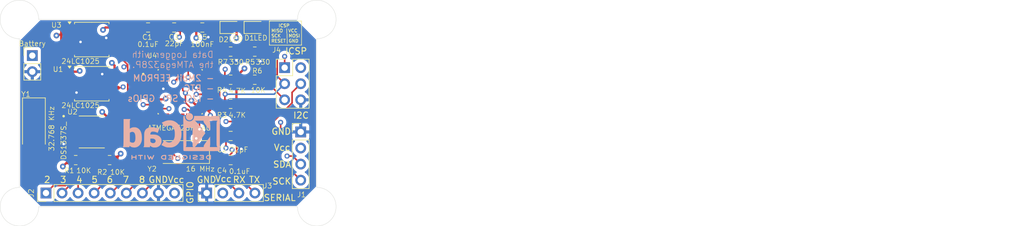
<source format=kicad_pcb>
(kicad_pcb (version 20240108) (generator "pcbnew") (generator_version "8.0")
  (title_block (title "MCU Datalogger with memory and clock") (date "2024-11-26") (rev "1") (comment 1 "2-Layer PCB Version"))
  (layers (0 "F.Cu" mixed) (1 "In1.Cu" mixed) (2 "In2.Cu" mixed) (31 "B.Cu" mixed) (34 "B.Paste" user) (35 "F.Paste" user) (36 "B.SilkS" user "B.Silkscreen") (37 "F.SilkS" user "F.Silkscreen") (38 "B.Mask" user) (39 "F.Mask" user) (44 "Edge.Cuts" user))
  (property "project_name" "MCU Datalogger with memory and clock")
  (net 0 "")
  (net 1 "GND")
  (net 2 "/Vcc")
  (net 3 "Net-(U4-PB6)")
  (net 4 "Net-(U4-PB7)")
  (net 5 "Net-(U4-AREF)")
  (net 6 "Net-(D1-K)")
  (net 7 "/SCK")
  (net 8 "Net-(D2-K)")
  (net 9 "/SDA")
  (net 10 "/D3")
  (net 11 "/D4")
  (net 12 "/D2")
  (net 13 "/D7")
  (net 14 "/D5")
  (net 15 "/D6")
  (net 16 "/D8")
  (net 17 "/TX")
  (net 18 "/RX")
  (net 19 "/MOSI")
  (net 20 "/RESET")
  (net 21 "/MISO")
  (net 22 "Net-(U2-~{INTA})")
  (net 23 "Net-(U2-SQW{slash}~INT)")
  (net 24 "Net-(U2-X2)")
  (net 25 "Net-(U2-X1)")
  (footprint "Crystal:Crystal_SMD_Abracon_ABM3-2Pin_5.0x3.2mm_HandSoldering" (layer "F.Cu") (at 63.5 79.375 180)
    (property "Reference" "Y2" (at 4.445 -2.667 0) (layer "F.SilkS") (effects (font (size 0.8 0.8) (thickness 0.1))))
    (property "Value" "16 MHz" (at -3.175 -2.667 0) (layer "F.SilkS") (effects (font (size 0.8 0.8) (thickness 0.1))))
    (pad "1" smd rect (at -2.7625 0 180) (size 3.325 2.4) (layers "F.Cu" "F.Paste" "F.Mask") (net 4 "Net-(U4-PB7)"))
    (pad "2" smd rect (at 2.7625 0 180) (size 3.325 2.4) (layers "F.Cu" "F.Paste" "F.Mask") (net 3 "Net-(U4-PB6)"))
  )
  (footprint "Resistor_SMD:R_0805_2012Metric" (layer "F.Cu") (at 75.2875 63.5 180)
    (property "Reference" "R5" (at 0.7385 -1.651 0) (layer "F.SilkS") (effects (font (size 0.8 0.8) (thickness 0.1))))
    (property "Value" "330" (at -1.2935 -1.651 0) (layer "F.SilkS") (effects (font (size 0.8 0.8) (thickness 0.1))))
    (pad "1" smd roundrect (at -0.9125 0 180) (size 1.025 1.4) (layers "F.Cu" "F.Paste" "F.Mask") (roundrect_rratio 0.243902) (net 1 "GND"))
    (pad "2" smd roundrect (at 0.9125 0 180) (size 1.025 1.4) (layers "F.Cu" "F.Paste" "F.Mask") (roundrect_rratio 0.243902) (net 6 "Net-(D1-K)"))
  )
  (footprint "DS1337S_:SOIC127P600X175-8N" (layer "F.Cu") (at 49.53 76.2)
    (property "Reference" "U2" (at -3.048 -3.175 0) (layer "F.SilkS") (effects (font (size 0.8 0.8) (thickness 0.1))))
    (property "Value" "DS1337S_" (at -4.445 1.397 -90) (layer "F.SilkS") (effects (font (size 0.8 0.8) (thickness 0.1))))
    (pad "1" smd roundrect (at -2.475 -1.905) (size 1.97 0.59) (layers "F.Cu" "F.Paste" "F.Mask") (roundrect_rratio 0.125) (net 25 "Net-(U2-X1)"))
    (pad "2" smd roundrect (at -2.475 -0.635) (size 1.97 0.59) (layers "F.Cu" "F.Paste" "F.Mask") (roundrect_rratio 0.125) (net 24 "Net-(U2-X2)"))
    (pad "3" smd roundrect (at -2.475 0.635) (size 1.97 0.59) (layers "F.Cu" "F.Paste" "F.Mask") (roundrect_rratio 0.125) (net 22 "Net-(U2-~{INTA})"))
    (pad "4" smd roundrect (at -2.475 1.905) (size 1.97 0.59) (layers "F.Cu" "F.Paste" "F.Mask") (roundrect_rratio 0.125) (net 1 "GND"))
    (pad "5" smd roundrect (at 2.475 1.905) (size 1.97 0.59) (layers "F.Cu" "F.Paste" "F.Mask") (roundrect_rratio 0.125) (net 9 "/SDA"))
    (pad "6" smd roundrect (at 2.475 0.635) (size 1.97 0.59) (layers "F.Cu" "F.Paste" "F.Mask") (roundrect_rratio 0.125) (net 7 "/SCK"))
    (pad "7" smd roundrect (at 2.475 -0.635) (size 1.97 0.59) (layers "F.Cu" "F.Paste" "F.Mask") (roundrect_rratio 0.125) (net 23 "Net-(U2-SQW{slash}~INT)"))
    (pad "8" smd roundrect (at 2.475 -1.905) (size 1.97 0.59) (layers "F.Cu" "F.Paste" "F.Mask") (roundrect_rratio 0.125) (net 2 "/Vcc"))
  )
  (footprint "Crystal:Crystal_SMD_Abracon_ABM3-2Pin_5.0x3.2mm_HandSoldering" (layer "F.Cu") (at 40.386 75.438 -90)
    (property "Reference" "Y1" (at -5.207 1.27 0) (layer "F.SilkS") (effects (font (size 0.8 0.8) (thickness 0.1))))
    (property "Value" "32.768 KHz" (at 0.254 -2.794 90) (layer "F.SilkS") (effects (font (size 0.8 0.8) (thickness 0.1))))
    (pad "1" smd rect (at -2.7625 0 270) (size 3.325 2.4) (layers "F.Cu" "F.Paste" "F.Mask") (net 25 "Net-(U2-X1)"))
    (pad "2" smd rect (at 2.7625 0 270) (size 3.325 2.4) (layers "F.Cu" "F.Paste" "F.Mask") (net 24 "Net-(U2-X2)"))
  )
  (footprint "Resistor_SMD:R_0805_2012Metric" (layer "F.Cu") (at 52.3475 80.645 180)
    (property "Reference" "R2" (at 1.1665 -1.905 0) (layer "F.SilkS") (effects (font (size 0.8 0.8) (thickness 0.1))))
    (property "Value" "10K" (at -1.2465 -1.905 0) (layer "F.SilkS") (effects (font (size 0.8 0.8) (thickness 0.1))))
    (pad "1" smd roundrect (at -0.9125 0 180) (size 1.025 1.4) (layers "F.Cu" "F.Paste" "F.Mask") (roundrect_rratio 0.243902) (net 2 "/Vcc"))
    (pad "2" smd roundrect (at 0.9125 0 180) (size 1.025 1.4) (layers "F.Cu" "F.Paste" "F.Mask") (roundrect_rratio 0.243902) (net 23 "Net-(U2-SQW{slash}~INT)"))
  )
  (footprint "Resistor_SMD:R_0805_2012Metric" (layer "F.Cu") (at 46.99 80.645)
    (property "Reference" "R1" (at -1.016 1.651 0) (layer "F.SilkS") (effects (font (size 0.8 0.8) (thickness 0.1))))
    (property "Value" "10K" (at 1.27 1.651 0) (layer "F.SilkS") (effects (font (size 0.8 0.8) (thickness 0.1))))
    (pad "1" smd roundrect (at -0.9125 0) (size 1.025 1.4) (layers "F.Cu" "F.Paste" "F.Mask") (roundrect_rratio 0.243902) (net 2 "/Vcc"))
    (pad "2" smd roundrect (at 0.9125 0) (size 1.025 1.4) (layers "F.Cu" "F.Paste" "F.Mask") (roundrect_rratio 0.243902) (net 22 "Net-(U2-~{INTA})"))
  )
  (footprint "Connector_PinHeader_2.54mm:PinHeader_2x03_P2.54mm_Vertical" (layer "F.Cu") (at 80.01 66.04)
    (property "Reference" "J4" (at -1.27 -2.794 0) (layer "F.SilkS") (effects (font (size 0.8 0.8) (thickness 0.1))))
    (property "Value" "Conn_02x03_Odd_Even" (hide yes))
    (pad "1" thru_hole rect (at 0 0) (size 1.7 1.7) (drill 1) (layers "*.Cu" "*.Mask") (net 21 "/MISO"))
    (pad "2" thru_hole oval (at 2.54 0) (size 1.7 1.7) (drill 1) (layers "*.Cu" "*.Mask") (net 2 "/Vcc"))
    (pad "3" thru_hole oval (at 0 2.54) (size 1.7 1.7) (drill 1) (layers "*.Cu" "*.Mask") (net 7 "/SCK"))
    (pad "4" thru_hole oval (at 2.54 2.54) (size 1.7 1.7) (drill 1) (layers "*.Cu" "*.Mask") (net 19 "/MOSI"))
    (pad "5" thru_hole oval (at 0 5.08) (size 1.7 1.7) (drill 1) (layers "*.Cu" "*.Mask") (net 20 "/RESET"))
    (pad "6" thru_hole oval (at 2.54 5.08) (size 1.7 1.7) (drill 1) (layers "*.Cu" "*.Mask") (net 1 "GND"))
  )
  (footprint "Capacitor_SMD:C_0805_2012Metric" (layer "F.Cu") (at 66.995 59.69)
    (property "Reference" "C5" (at 0 1.524 0) (layer "F.SilkS") (effects (font (size 0.8 0.8) (thickness 0.1))))
    (property "Value" "100nF" (at 0 2.667 0) (layer "F.SilkS") (effects (font (size 0.8 0.8) (thickness 0.1))))
    (pad "1" smd roundrect (at -0.95 0) (size 1 1.45) (layers "F.Cu" "F.Paste" "F.Mask") (net 2 "/Vcc"))
    (pad "2" smd roundrect (at 0.95 0) (size 1 1.45) (layers "F.Cu" "F.Paste" "F.Mask") (net 1 "GND"))
  )
  (footprint "Resistor_SMD:R_0805_2012Metric" (layer "F.Cu") (at 71.4775 67.945 180)
    (property "Reference" "R4" (at 1.3735 -1.65 0) (layer "F.SilkS") (effects (font (size 0.8 0.8) (thickness 0.1))))
    (property "Value" "4.7K" (at -1.0395 -1.778 0) (layer "F.SilkS") (effects (font (size 0.8 0.8) (thickness 0.1))))
    (pad "1" smd roundrect (at -0.9125 0 180) (size 1.025 1.4) (layers "F.Cu" "F.Paste" "F.Mask") (roundrect_rratio 0.243902) (net 2 "/Vcc"))
    (pad "2" smd roundrect (at 0.9125 0 180) (size 1.025 1.4) (layers "F.Cu" "F.Paste" "F.Mask") (roundrect_rratio 0.243902) (net 9 "/SDA"))
  )
  (footprint "MountingHole:MountingHole_2.1mm" (layer "F.Cu") (at 85.09 58.42)
    (property "Reference" "H3" (hide yes))
    (property "Value" "MountingHole" (hide yes))
    (pad "" np_thru_hole circle (at 0 0) (size 2.1 2.1) (drill 2.1) (layers "*.Cu" "*.Mask"))
  )
  (footprint "Resistor_SMD:R_0805_2012Metric" (layer "F.Cu") (at 71.4775 63.5)
    (property "Reference" "R7" (at -1.2465 1.651 0) (layer "F.SilkS") (effects (font (size 0.8 0.8) (thickness 0.1))))
    (property "Value" "330" (at 0.9125 1.651 0) (layer "F.SilkS") (effects (font (size 0.8 0.8) (thickness 0.1))))
    (pad "1" smd roundrect (at -0.9125 0) (size 1.025 1.4) (layers "F.Cu" "F.Paste" "F.Mask") (roundrect_rratio 0.243902) (net 8 "Net-(D2-K)"))
    (pad "2" smd roundrect (at 0.9125 0) (size 1.025 1.4) (layers "F.Cu" "F.Paste" "F.Mask") (roundrect_rratio 0.243902) (net 1 "GND"))
  )
  (footprint "Resistor_SMD:R_0805_2012Metric" (layer "F.Cu") (at 71.4775 71.755 180)
    (property "Reference" "R3" (at 1.3735 -1.778 0) (layer "F.SilkS") (effects (font (size 0.8 0.8) (thickness 0.1))))
    (property "Value" "4.7K" (at -1.0395 -1.778 0) (layer "F.SilkS") (effects (font (size 0.8 0.8) (thickness 0.1))))
    (pad "1" smd roundrect (at -0.9125 0 180) (size 1.025 1.4) (layers "F.Cu" "F.Paste" "F.Mask") (roundrect_rratio 0.243902) (net 2 "/Vcc"))
    (pad "2" smd roundrect (at 0.9125 0 180) (size 1.025 1.4) (layers "F.Cu" "F.Paste" "F.Mask") (roundrect_rratio 0.243902) (net 7 "/SCK"))
  )
  (footprint "Resistor_SMD:R_0805_2012Metric" (layer "F.Cu") (at 75.2875 67.945)
    (property "Reference" "R6" (at 0.4045 -1.397 0) (layer "F.SilkS") (effects (font (size 0.8 0.8) (thickness 0.1))))
    (property "Value" "10K" (at 0.5315 1.651 0) (layer "F.SilkS") (effects (font (size 0.8 0.8) (thickness 0.1))))
    (pad "1" smd roundrect (at -0.9125 0) (size 1.025 1.4) (layers "F.Cu" "F.Paste" "F.Mask") (roundrect_rratio 0.243902) (net 2 "/Vcc"))
    (pad "2" smd roundrect (at 0.9125 0) (size 1.025 1.4) (layers "F.Cu" "F.Paste" "F.Mask") (roundrect_rratio 0.243902) (net 20 "/RESET"))
  )
  (footprint "Capacitor_SMD:C_0805_2012Metric" (layer "F.Cu") (at 62.55 59.69)
    (property "Reference" "C3" (at -0.066 1.524 0) (layer "F.SilkS") (effects (font (size 0.8 0.8) (thickness 0.1))))
    (property "Value" "22pF" (at 0 2.54 0) (layer "F.SilkS") (effects (font (size 0.8 0.8) (thickness 0.1))))
    (pad "1" smd roundrect (at -0.95 0) (size 1 1.45) (layers "F.Cu" "F.Paste" "F.Mask") (net 1 "GND"))
    (pad "2" smd roundrect (at 0.95 0) (size 1 1.45) (layers "F.Cu" "F.Paste" "F.Mask") (net 4 "Net-(U4-PB7)"))
  )
  (footprint "Capacitor_SMD:C_0805_2012Metric" (layer "F.Cu") (at 71.4775 76.835 180)
    (property "Reference" "C2" (at 1.3735 -2.159 0) (layer "F.SilkS") (effects (font (size 0.8 0.8) (thickness 0.1))))
    (property "Value" "22pF" (at -1.2935 -2.159 0) (layer "F.SilkS") (effects (font (size 0.8 0.8) (thickness 0.1))))
    (pad "1" smd roundrect (at -0.95 0 180) (size 1 1.45) (layers "F.Cu" "F.Paste" "F.Mask") (net 1 "GND"))
    (pad "2" smd roundrect (at 0.95 0 180) (size 1 1.45) (layers "F.Cu" "F.Paste" "F.Mask") (net 3 "Net-(U4-PB6)"))
  )
  (footprint "Capacitor_SMD:C_0805_2012Metric" (layer "F.Cu") (at 58.425 59.69)
    (property "Reference" "C1" (at -0.132 1.524 0) (layer "F.SilkS") (effects (font (size 0.8 0.8) (thickness 0.1))))
    (property "Value" "0.1uF" (at 0 2.667 0) (layer "F.SilkS") (effects (font (size 0.8 0.8) (thickness 0.1))))
    (pad "1" smd roundrect (at -0.95 0) (size 1 1.45) (layers "F.Cu" "F.Paste" "F.Mask") (net 2 "/Vcc"))
    (pad "2" smd roundrect (at 0.95 0) (size 1 1.45) (layers "F.Cu" "F.Paste" "F.Mask") (net 1 "GND"))
  )
  (footprint "Package_SO:SOIC-8_5.23x5.23mm_P1.27mm" (layer "F.Cu") (at 49.53 68.58)
    (property "Reference" "U1" (at -5.334 -2.286 0) (layer "F.SilkS") (effects (font (size 0.8 0.8) (thickness 0.1))))
    (property "Value" "24LC1025" (at -1.778 3.429 180) (layer "F.SilkS") (effects (font (size 0.8 0.8) (thickness 0.1))))
    (pad "1" smd roundrect (at -3.6 -1.905) (size 1.6 0.6) (layers "F.Cu" "F.Paste" "F.Mask") (net 2 "/Vcc"))
    (pad "2" smd roundrect (at -3.6 -0.635) (size 1.6 0.6) (layers "F.Cu" "F.Paste" "F.Mask") (net 2 "/Vcc"))
    (pad "3" smd roundrect (at -3.6 0.635) (size 1.6 0.6) (layers "F.Cu" "F.Paste" "F.Mask") (net 2 "/Vcc"))
    (pad "4" smd roundrect (at -3.6 1.905) (size 1.6 0.6) (layers "F.Cu" "F.Paste" "F.Mask") (net 1 "GND"))
    (pad "5" smd roundrect (at 3.6 1.905) (size 1.6 0.6) (layers "F.Cu" "F.Paste" "F.Mask") (net 9 "/SDA"))
    (pad "6" smd roundrect (at 3.6 0.635) (size 1.6 0.6) (layers "F.Cu" "F.Paste" "F.Mask") (net 7 "/SCK"))
    (pad "7" smd roundrect (at 3.6 -0.635) (size 1.6 0.6) (layers "F.Cu" "F.Paste" "F.Mask") (net 1 "GND"))
    (pad "8" smd roundrect (at 3.6 -1.905) (size 1.6 0.6) (layers "F.Cu" "F.Paste" "F.Mask") (net 2 "/Vcc"))
  )
  (footprint "MountingHole:MountingHole_2.1mm" (layer "F.Cu") (at 85.09 88.011)
    (property "Reference" "H4" (hide yes))
    (property "Value" "MountingHole" (hide yes))
    (pad "" np_thru_hole circle (at 0 0) (size 2.1 2.1) (drill 2.1) (layers "*.Cu" "*.Mask"))
  )
  (footprint "Connector_PinHeader_2.54mm:PinHeader_1x09_P2.54mm_Vertical" (layer "F.Cu") (at 42.291 85.852 90)
    (property "Reference" "J2" (at 0 -2.33 90) (layer "F.SilkS") (effects (font (size 0.8 0.8) (thickness 0.1))))
    (property "Value" "Conn_01x09_Pin" (hide yes))
    (pad "1" thru_hole rect (at 0 0 90) (size 1.7 1.7) (drill 1) (layers "*.Cu" "*.Mask") (net 12 "/D2"))
    (pad "2" thru_hole oval (at 0 2.54 90) (size 1.7 1.7) (drill 1) (layers "*.Cu" "*.Mask") (net 10 "/D3"))
    (pad "3" thru_hole oval (at 0 5.08 90) (size 1.7 1.7) (drill 1) (layers "*.Cu" "*.Mask") (net 11 "/D4"))
    (pad "4" thru_hole oval (at 0 7.62 90) (size 1.7 1.7) (drill 1) (layers "*.Cu" "*.Mask") (net 14 "/D5"))
    (pad "5" thru_hole oval (at 0 10.16 90) (size 1.7 1.7) (drill 1) (layers "*.Cu" "*.Mask") (net 15 "/D6"))
    (pad "6" thru_hole oval (at 0 12.7 90) (size 1.7 1.7) (drill 1) (layers "*.Cu" "*.Mask") (net 13 "/D7"))
    (pad "7" thru_hole oval (at 0 15.24 90) (size 1.7 1.7) (drill 1) (layers "*.Cu" "*.Mask") (net 16 "/D8"))
    (pad "8" thru_hole oval (at 0 17.78 90) (size 1.7 1.7) (drill 1) (layers "*.Cu" "*.Mask") (net 1 "GND"))
    (pad "9" thru_hole oval (at 0 20.32 90) (size 1.7 1.7) (drill 1) (layers "*.Cu" "*.Mask") (net 2 "/Vcc"))
  )
  (footprint "Package_SO:SOIC-8_5.23x5.23mm_P1.27mm" (layer "F.Cu") (at 49.53 61.595)
    (property "Reference" "U3" (at -5.588 -2.286 0) (layer "F.SilkS") (effects (font (size 0.8 0.8) (thickness 0.1))))
    (property "Value" "24LC1025" (at -1.778 3.429 0) (layer "F.SilkS") (effects (font (size 0.8 0.8) (thickness 0.1))))
    (pad "1" smd roundrect (at -3.6 -1.905) (size 1.6 0.6) (layers "F.Cu" "F.Paste" "F.Mask") (net 2 "/Vcc"))
    (pad "2" smd roundrect (at -3.6 -0.635) (size 1.6 0.6) (layers "F.Cu" "F.Paste" "F.Mask") (net 1 "GND"))
    (pad "3" smd roundrect (at -3.6 0.635) (size 1.6 0.6) (layers "F.Cu" "F.Paste" "F.Mask") (net 2 "/Vcc"))
    (pad "4" smd roundrect (at -3.6 1.905) (size 1.6 0.6) (layers "F.Cu" "F.Paste" "F.Mask") (net 1 "GND"))
    (pad "5" smd roundrect (at 3.6 1.905) (size 1.6 0.6) (layers "F.Cu" "F.Paste" "F.Mask") (net 9 "/SDA"))
    (pad "6" smd roundrect (at 3.6 0.635) (size 1.6 0.6) (layers "F.Cu" "F.Paste" "F.Mask") (net 7 "/SCK"))
    (pad "7" smd roundrect (at 3.6 -0.635) (size 1.6 0.6) (layers "F.Cu" "F.Paste" "F.Mask") (net 1 "GND"))
    (pad "8" smd roundrect (at 3.6 -1.905) (size 1.6 0.6) (layers "F.Cu" "F.Paste" "F.Mask") (net 2 "/Vcc"))
  )
  (footprint "LED_SMD:LED_0805_2012Metric" (layer "F.Cu") (at 71.4775 59.69)
    (property "Reference" "D2" (at -1.1195 1.905 0) (layer "F.SilkS") (effects (font (size 0.8 0.8) (thickness 0.1))))
    (property "Value" "LED" (at 0.8225 1.815 0) (layer "F.SilkS") (effects (font (size 0.8 0.8) (thickness 0.1))))
    (pad "1" smd roundrect (at -0.9375 0) (size 0.975 1.4) (layers "F.Cu" "F.Paste" "F.Mask") (net 8 "Net-(D2-K)"))
    (pad "2" smd roundrect (at 0.9375 0) (size 0.975 1.4) (layers "F.Cu" "F.Paste" "F.Mask") (net 2 "/Vcc"))
  )
  (footprint "MountingHole:MountingHole_2.1mm" (layer "F.Cu") (at 38.1 58.42)
    (property "Reference" "H1" (hide yes))
    (property "Value" "MountingHole" (hide yes))
    (pad "" np_thru_hole circle (at 0 0) (size 2.1 2.1) (drill 2.1) (layers "*.Cu" "*.Mask"))
  )
  (footprint "Connector_PinHeader_2.54mm:PinHeader_1x02_P2.54mm_Vertical" (layer "F.Cu") (at 40.132 64.135)
    (property "Reference" "BT1" (hide yes))
    (property "Value" "Battery" (at 0 -1.9 0) (layer "F.SilkS") (effects (font (size 0.8 0.8) (thickness 0.1))))
    (pad "1" thru_hole rect (at 0 0) (size 1.7 1.7) (drill 1) (layers "*.Cu" "*.Mask") (net 2 "/Vcc"))
    (pad "2" thru_hole oval (at 0 2.54) (size 1.7 1.7) (drill 1) (layers "*.Cu" "*.Mask") (net 1 "GND"))
  )
  (footprint "Capacitor_SMD:C_0805_2012Metric" (layer "F.Cu") (at 71.4775 80.645 180)
    (property "Reference" "C4" (at 1.3735 -1.651 0) (layer "F.SilkS") (effects (font (size 0.8 0.8) (thickness 0.1))))
    (property "Value" "0.1uF" (at -1.4205 -1.778 0) (layer "F.SilkS") (effects (font (size 0.8 0.8) (thickness 0.1))))
    (pad "1" smd roundrect (at -0.95 0 180) (size 1 1.45) (layers "F.Cu" "F.Paste" "F.Mask") (net 1 "GND"))
    (pad "2" smd roundrect (at 0.95 0 180) (size 1 1.45) (layers "F.Cu" "F.Paste" "F.Mask") (net 5 "Net-(U4-AREF)"))
  )
  (footprint "Connector_PinHeader_2.54mm:PinHeader_1x04_P2.54mm_Vertical" (layer "F.Cu") (at 67.691 85.852 90)
    (property "Reference" "J3" (at 1.143 9.652 180) (layer "F.SilkS") (effects (font (size 0.8 0.8) (thickness 0.1))))
    (property "Value" "Conn_01x04_Pin" (hide yes))
    (pad "1" thru_hole rect (at 0 0 90) (size 1.7 1.7) (drill 1) (layers "*.Cu" "*.Mask") (net 1 "GND"))
    (pad "2" thru_hole oval (at 0 2.54 90) (size 1.7 1.7) (drill 1) (layers "*.Cu" "*.Mask") (net 2 "/Vcc"))
    (pad "3" thru_hole oval (at 0 5.08 90) (size 1.7 1.7) (drill 1) (layers "*.Cu" "*.Mask") (net 18 "/RX"))
    (pad "4" thru_hole oval (at 0 7.62 90) (size 1.7 1.7) (drill 1) (layers "*.Cu" "*.Mask") (net 17 "/TX"))
  )
  (footprint "Connector_PinHeader_2.54mm:PinHeader_1x04_P2.54mm_Vertical" (layer "F.Cu") (at 82.55 76.2)
    (property "Reference" "J1" (at 0.127 9.906 0) (layer "F.SilkS") (effects (font (size 0.8 0.8) (thickness 0.1))))
    (property "Value" "Conn_01x04_Pin" (hide yes))
    (pad "1" thru_hole rect (at 0 0) (size 1.7 1.7) (drill 1) (layers "*.Cu" "*.Mask") (net 1 "GND"))
    (pad "2" thru_hole oval (at 0 2.54) (size 1.7 1.7) (drill 1) (layers "*.Cu" "*.Mask") (net 2 "/Vcc"))
    (pad "3" thru_hole oval (at 0 5.08) (size 1.7 1.7) (drill 1) (layers "*.Cu" "*.Mask") (net 9 "/SDA"))
    (pad "4" thru_hole oval (at 0 7.62) (size 1.7 1.7) (drill 1) (layers "*.Cu" "*.Mask") (net 7 "/SCK"))
  )
  (footprint "LED_SMD:LED_0805_2012Metric" (layer "F.Cu") (at 75.2875 59.69)
    (property "Reference" "D1" (at -0.8655 1.651 0) (layer "F.SilkS") (effects (font (size 0.8 0.8) (thickness 0.1))))
    (property "Value" "LED" (at 0.9125 1.65 0) (layer "F.SilkS") (effects (font (size 0.8 0.8) (thickness 0.1))))
    (pad "1" smd roundrect (at -0.9375 0) (size 0.975 1.4) (layers "F.Cu" "F.Paste" "F.Mask") (net 6 "Net-(D1-K)"))
    (pad "2" smd roundrect (at 0.9375 0) (size 0.975 1.4) (layers "F.Cu" "F.Paste" "F.Mask") (net 7 "/SCK"))
  )
  (footprint "ATMEGA328P-AU:QFP80P900X900X120-32N" (layer "F.Cu") (at 63.5 69.85)
    (property "Reference" "U4" (at -4.445 -5.715 0) (layer "F.SilkS") (effects (font (size 0.8 0.8) (thickness 0.1))))
    (property "Value" "ATMEGA328P-AU" (at -0.127 5.715 0) (layer "F.SilkS") (effects (font (size 0.8 0.8) (thickness 0.1))))
    (pad "1" smd roundrect (at -4.17 -2.8) (size 1.47 0.55) (layers "F.Cu" "F.Paste" "F.Mask") (roundrect_rratio 0.125) (net 10 "/D3"))
    (pad "2" smd roundrect (at -4.17 -2) (size 1.47 0.55) (layers "F.Cu" "F.Paste" "F.Mask") (roundrect_rratio 0.125) (net 11 "/D4"))
    (pad "3" smd roundrect (at -4.17 -1.2) (size 1.47 0.55) (layers "F.Cu" "F.Paste" "F.Mask") (roundrect_rratio 0.125) (net 1 "GND"))
    (pad "4" smd roundrect (at -4.17 -0.4) (size 1.47 0.55) (layers "F.Cu" "F.Paste" "F.Mask") (roundrect_rratio 0.125))
    (pad "5" smd roundrect (at -4.17 0.4) (size 1.47 0.55) (layers "F.Cu" "F.Paste" "F.Mask") (roundrect_rratio 0.125) (net 1 "GND"))
    (pad "6" smd roundrect (at -4.17 1.2) (size 1.47 0.55) (layers "F.Cu" "F.Paste" "F.Mask") (roundrect_rratio 0.125) (net 2 "/Vcc"))
    (pad "7" smd roundrect (at -4.17 2) (size 1.47 0.55) (layers "F.Cu" "F.Paste" "F.Mask") (roundrect_rratio 0.125) (net 3 "Net-(U4-PB6)"))
    (pad "8" smd roundrect (at -4.17 2.8) (size 1.47 0.55) (layers "F.Cu" "F.Paste" "F.Mask") (roundrect_rratio 0.125) (net 4 "Net-(U4-PB7)"))
    (pad "9" smd roundrect (at -2.8 4.17) (size 0.55 1.47) (layers "F.Cu" "F.Paste" "F.Mask") (roundrect_rratio 0.125) (net 14 "/D5"))
    (pad "10" smd roundrect (at -2 4.17) (size 0.55 1.47) (layers "F.Cu" "F.Paste" "F.Mask") (roundrect_rratio 0.125) (net 15 "/D6"))
    (pad "11" smd roundrect (at -1.2 4.17) (size 0.55 1.47) (layers "F.Cu" "F.Paste" "F.Mask") (roundrect_rratio 0.125) (net 13 "/D7"))
    (pad "12" smd roundrect (at -0.4 4.17) (size 0.55 1.47) (layers "F.Cu" "F.Paste" "F.Mask") (roundrect_rratio 0.125) (net 16 "/D8"))
    (pad "13" smd roundrect (at 0.4 4.17) (size 0.55 1.47) (layers "F.Cu" "F.Paste" "F.Mask") (roundrect_rratio 0.125))
    (pad "14" smd roundrect (at 1.2 4.17) (size 0.55 1.47) (layers "F.Cu" "F.Paste" "F.Mask") (roundrect_rratio 0.125))
    (pad "15" smd roundrect (at 2 4.17) (size 0.55 1.47) (layers "F.Cu" "F.Paste" "F.Mask") (roundrect_rratio 0.125) (net 19 "/MOSI"))
    (pad "16" smd roundrect (at 2.8 4.17) (size 0.55 1.47) (layers "F.Cu" "F.Paste" "F.Mask") (roundrect_rratio 0.125) (net 21 "/MISO"))
    (pad "17" smd roundrect (at 4.17 2.8) (size 1.47 0.55) (layers "F.Cu" "F.Paste" "F.Mask") (roundrect_rratio 0.125) (net 7 "/SCK"))
    (pad "18" smd roundrect (at 4.17 2) (size 1.47 0.55) (layers "F.Cu" "F.Paste" "F.Mask") (roundrect_rratio 0.125) (net 2 "/Vcc"))
    (pad "19" smd roundrect (at 4.17 1.2) (size 1.47 0.55) (layers "F.Cu" "F.Paste" "F.Mask") (roundrect_rratio 0.125))
    (pad "20" smd roundrect (at 4.17 0.4) (size 1.47 0.55) (layers "F.Cu" "F.Paste" "F.Mask") (roundrect_rratio 0.125) (net 5 "Net-(U4-AREF)"))
    (pad "21" smd roundrect (at 4.17 -0.4) (size 1.47 0.55) (layers "F.Cu" "F.Paste" "F.Mask") (roundrect_rratio 0.125) (net 1 "GND"))
    (pad "22" smd roundrect (at 4.17 -1.2) (size 1.47 0.55) (layers "F.Cu" "F.Paste" "F.Mask") (roundrect_rratio 0.125))
    (pad "23" smd roundrect (at 4.17 -2) (size 1.47 0.55) (layers "F.Cu" "F.Paste" "F.Mask") (roundrect_rratio 0.125))
    (pad "24" smd roundrect (at 4.17 -2.8) (size 1.47 0.55) (layers "F.Cu" "F.Paste" "F.Mask") (roundrect_rratio 0.125))
    (pad "25" smd roundrect (at 2.8 -4.17) (size 0.55 1.47) (layers "F.Cu" "F.Paste" "F.Mask") (roundrect_rratio 0.125))
    (pad "26" smd roundrect (at 2 -4.17) (size 0.55 1.47) (layers "F.Cu" "F.Paste" "F.Mask") (roundrect_rratio 0.125))
    (pad "27" smd roundrect (at 1.2 -4.17) (size 0.55 1.47) (layers "F.Cu" "F.Paste" "F.Mask") (roundrect_rratio 0.125) (net 9 "/SDA"))
    (pad "28" smd roundrect (at 0.4 -4.17) (size 0.55 1.47) (layers "F.Cu" "F.Paste" "F.Mask") (roundrect_rratio 0.125) (net 7 "/SCK"))
    (pad "29" smd roundrect (at -0.4 -4.17) (size 0.55 1.47) (layers "F.Cu" "F.Paste" "F.Mask") (roundrect_rratio 0.125) (net 20 "/RESET"))
    (pad "30" smd roundrect (at -1.2 -4.17) (size 0.55 1.47) (layers "F.Cu" "F.Paste" "F.Mask") (roundrect_rratio 0.125) (net 18 "/RX"))
    (pad "31" smd roundrect (at -2 -4.17) (size 0.55 1.47) (layers "F.Cu" "F.Paste" "F.Mask") (roundrect_rratio 0.125) (net 17 "/TX"))
    (pad "32" smd roundrect (at -2.8 -4.17) (size 0.55 1.47) (layers "F.Cu" "F.Paste" "F.Mask") (roundrect_rratio 0.125) (net 12 "/D2"))
  )
  (footprint "MountingHole:MountingHole_2.1mm" (layer "F.Cu") (at 38.1 88.011)
    (property "Reference" "H2" (hide yes))
    (property "Value" "MountingHole" (hide yes))
    (pad "" np_thru_hole circle (at 0 0) (size 2.1 2.1) (drill 2.1) (layers "*.Cu" "*.Mask"))
  )
  (footprint "Symbol:KiCad-Logo2_6mm_SilkScreen" (layer "B.Cu") (at 62.103 76.2 180)
    (property "Reference" "REF**" (hide yes))
    (property "Value" "KiCad-Logo2_6mm_SilkScreen" (hide yes))
  )
  (gr_line (start 82.677 62.484) (end 82.677 62.357) (stroke (width 0.1)) (layer "F.SilkS"))
  (gr_line (start 82.677 62.357) (end 82.677 58.674) (stroke (width 0.1)) (layer "F.SilkS"))
  (gr_line (start 77.597 62.484) (end 77.724 62.484) (stroke (width 0.1)) (layer "F.SilkS"))
  (gr_line (start 82.677 58.674) (end 77.724 58.674) (stroke (width 0.1)) (layer "F.SilkS"))
  (gr_line (start 77.724 62.484) (end 82.677 62.484) (stroke (width 0.1)) (layer "F.SilkS"))
  (gr_line (start 77.597 58.674) (end 77.724 58.674) (stroke (width 0.1)) (layer "F.SilkS"))
  (gr_line (start 77.597 58.674) (end 77.597 62.357) (stroke (width 0.1)) (layer "F.SilkS"))
  (gr_line (start 77.597 62.357) (end 77.597 62.484) (stroke (width 0.1)) (layer "F.SilkS"))
  (gr_line (start 38.1 61.468) (end 38.1 84.963) (stroke (width 0.05)) (layer "Edge.Cuts"))
  (gr_arc (start 38.1 61.468) (mid 35.944739 56.264739) (end 41.148 58.42) (stroke (width 0.05)) (layer "Edge.Cuts"))
  (gr_line (start 85.09 84.963) (end 85.09 61.468) (stroke (width 0.05)) (layer "Edge.Cuts"))
  (gr_line (start 41.402 58.42) (end 41.148 58.42) (stroke (width 0.05)) (layer "Edge.Cuts"))
  (gr_line (start 41.402 58.42) (end 82.042 58.42) (stroke (width 0.05)) (layer "Edge.Cuts"))
  (gr_arc (start 85.09 84.963) (mid 87.245261 90.166261) (end 82.042 88.011) (stroke (width 0.05)) (layer "Edge.Cuts"))
  (gr_arc (start 82.042 58.42) (mid 87.245261 56.264739) (end 85.09 61.468) (stroke (width 0.05)) (layer "Edge.Cuts"))
  (gr_arc (start 41.148 88.011) (mid 35.944739 90.166261) (end 38.1 84.963) (stroke (width 0.05)) (layer "Edge.Cuts"))
  (gr_line (start 41.148 88.011) (end 82.042 88.011) (stroke (width 0.05)) (layer "Edge.Cuts"))
  (gr_text "- 2Mbit EEPROM\n- RTC\n- I2C, SPI, GPIOs" (at 68.961 71.501 0) (layer "B.SilkS") (effects (font (size 1 1)) (justify left bottom mirror)))
  (gr_text "Data Logger with\nthe ATMega328P.\n" (at 68.834 66.167 0) (layer "B.SilkS") (effects (font (size 1 1) (thickness 0.1)) (justify left bottom mirror)))
  (gr_text "I2C" (at 81.28 74.168 0) (layer "F.SilkS") (effects (font (size 1 1)) (justify left bottom)))
  (gr_text "7\n" (at 54.356 84.328 0) (layer "F.SilkS") (effects (font (size 1 1)) (justify left bottom)))
  (gr_text "GPIO" (at 65.659 87.63 90) (layer "F.SilkS") (effects (font (size 1 1)) (justify left bottom)))
  (gr_text "2\n" (at 41.91 84.328 0) (layer "F.SilkS") (effects (font (size 1 1)) (justify left bottom)))
  (gr_text "3\n" (at 44.45 84.328 0) (layer "F.SilkS") (effects (font (size 1 1)) (justify left bottom)))
  (gr_text "Vcc\n" (at 68.961 84.201 0) (layer "F.SilkS") (effects (font (size 1 1)) (justify left bottom)))
  (gr_text "SCK" (at 77.978 84.582 0) (layer "F.SilkS") (effects (font (size 1 1)) (justify left bottom)))
  (gr_text "RX\n" (at 71.755 84.328 0) (layer "F.SilkS") (effects (font (size 1 1)) (justify left bottom)))
  (gr_text "   ICSP\nMISO |VCC\nSCK  |MOSI\nRESET|GND  " (at 77.851 62.103 0) (layer "F.SilkS") (effects (font (size 0.5 0.5) (thickness 0.1)) (justify left bottom)))
  (gr_text "SERIAL" (at 76.641 87.182 0) (layer "F.SilkS") (effects (font (size 1 1)) (justify left bottom)))
  (gr_text "SDA\n" (at 78.105 81.915 0) (layer "F.SilkS") (effects (font (size 1 1)) (justify left bottom)))
  (gr_text "TX" (at 74.295 84.328 0) (layer "F.SilkS") (effects (font (size 1 1)) (justify left bottom)))
  (gr_text "5\n" (at 49.403 84.328 0) (layer "F.SilkS") (effects (font (size 1 1)) (justify left bottom)))
  (gr_text "6\n" (at 51.816 84.328 0) (layer "F.SilkS") (effects (font (size 1 1)) (justify left bottom)))
  (gr_text "Vcc\n" (at 61.468 84.328 0) (layer "F.SilkS") (effects (font (size 1 1)) (justify left bottom)))
  (gr_text "ICSP" (at 80.01 64.008 0) (layer "F.SilkS") (effects (font (size 1 1)) (justify left bottom)))
  (gr_text "8\n" (at 56.896 84.328 0) (layer "F.SilkS") (effects (font (size 1 1)) (justify left bottom)))
  (gr_text "Vcc\n" (at 78.232 79.248 0) (layer "F.SilkS") (effects (font (size 1 1)) (justify left bottom)))
  (gr_text "GND\n" (at 58.42 84.328 0) (layer "F.SilkS") (effects (font (size 1 1)) (justify left bottom)))
  (gr_text "GND\n" (at 77.851 76.708 0) (layer "F.SilkS") (effects (font (size 1 1)) (justify left bottom)))
  (gr_text "GND\n" (at 66.04 84.328 0) (layer "F.SilkS") (effects (font (size 1 1)) (justify left bottom)))
  (gr_text "4\n" (at 46.99 84.328 0) (layer "F.SilkS") (effects (font (size 1 1)) (justify left bottom)))
  (segment (start 58.105 60.96) (end 59.375 59.69) (width 0.25) (layer "F.Cu") (net 1))
  (segment (start 72.39 63.5) (end 72.39 64.897) (width 0.25) (layer "F.Cu") (net 1))
  (segment (start 60.39 68.975) (end 60.39 69.469) (width 0.25) (layer "F.Cu") (net 1))
  (segment (start 60.39 69.469) (end 60.39 69.821252) (width 0.25) (layer "F.Cu") (net 1))
  (segment (start 52.197 60.96) (end 51.816 61.341) (width 0.25) (layer "F.Cu") (net 1))
  (segment (start 45.93 60.96) (end 46.729999 60.96) (width 0.25) (layer "F.Cu") (net 1))
  (segment (start 47.117 61.347001) (end 47.117 61.976) (width 0.25) (layer "F.Cu") (net 1))
  (segment (start 47.117 61.976) (end 47.117 63.112999) (width 0.25) (layer "F.Cu") (net 1))
  (segment (start 51.181 67.056) (end 52.07 67.945) (width 0.25) (layer "F.Cu") (net 1))
  (segment (start 59.33 68.65) (end 60.065 68.65) (width 0.25) (layer "F.Cu") (net 1))
  (segment (start 67.945 59.69) (end 67.945 61.214) (width 0.25) (layer "F.Cu") (net 1))
  (segment (start 45.93 70.485) (end 46.609 70.485) (width 0.25) (layer "F.Cu") (net 1))
  (segment (start 72.4275 80.645) (end 72.4275 78.867) (width 0.25) (layer "F.Cu") (net 1))
  (segment (start 46.729999 60.96) (end 47.117 61.347001) (width 0.25) (layer "F.Cu") (net 1))
  (segment (start 76.2 63.5) (end 76.2 65.024) (width 0.25) (layer "F.Cu") (net 1))
  (segment (start 72.4275 78.867) (end 72.4275 76.835) (width 0.25) (layer "F.Cu") (net 1))
  (segment (start 47.117 61.976) (end 47.752 61.976) (width 0.25) (layer "F.Cu") (net 1))
  (segment (start 59.961252 70.25) (end 59.33 70.25) (width 0.25) (layer "F.Cu") (net 1))
  (segment (start 53.13 60.96) (end 58.105 60.96) (width 0.25) (layer "F.Cu") (net 1))
  (segment (start 60.743 69.469) (end 60.833 69.379) (width 0.25) (layer "F.Cu") (net 1))
  (segment (start 53.13 60.96) (end 52.197 60.96) (width 0.25) (layer "F.Cu") (net 1))
  (segment (start 66.275 69.45) (end 66.035347 69.210347) (width 0.25) (layer "F.Cu") (net 1))
  (segment (start 60.39 69.469) (end 60.743 69.469) (width 0.25) (layer "F.Cu") (net 1))
  (segment (start 46.609 70.485) (end 47.117 69.977) (width 0.25) (layer "F.Cu") (net 1))
  (segment (start 47.055 78.105) (end 45.085 78.105) (width 0.25) (layer "F.Cu") (net 1))
  (segment (start 59.375 59.69) (end 61.6 59.69) (width 0.25) (layer "F.Cu") (net 1))
  (segment (start 72.4275 78.867) (end 73.152 78.867) (width 0.25) (layer "F.Cu") (net 1))
  (segment (start 46.729999 63.5) (end 45.93 63.5) (width 0.25) (layer "F.Cu") (net 1))
  (segment (start 67.67 69.45) (end 66.275 69.45) (width 0.25) (layer "F.Cu") (net 1))
  (segment (start 47.117 63.112999) (end 46.729999 63.5) (width 0.25) (layer "F.Cu") (net 1))
  (segment (start 52.07 67.945) (end 53.13 67.945) (width 0.25) (layer "F.Cu") (net 1))
  (segment (start 60.065 68.65) (end 60.39 68.975) (width 0.25) (layer "F.Cu") (net 1))
  (segment (start 60.39 69.821252) (end 59.961252 70.25) (width 0.25) (layer "F.Cu") (net 1))
  (via (at 45.085 78.105) (size 0.8) (drill 0.4) (layers "F.Cu" "B.Cu") (net 1))
  (via (at 47.752 61.976) (size 0.8) (drill 0.4) (layers "F.Cu" "B.Cu") (net 1))
  (via (at 66.035347 69.210347) (size 0.8) (drill 0.4) (layers "F.Cu" "B.Cu") (net 1))
  (via (at 51.816 61.341) (size 0.8) (drill 0.4) (layers "F.Cu" "B.Cu") (net 1))
  (via (at 76.2 65.024) (size 0.8) (drill 0.4) (layers "F.Cu" "B.Cu") (net 1))
  (via (at 67.945 61.214) (size 0.8) (drill 0.4) (layers "F.Cu" "B.Cu") (net 1))
  (via (at 60.833 69.379) (size 0.8) (drill 0.4) (layers "F.Cu" "B.Cu") (net 1))
  (via (at 51.181 67.056) (size 0.8) (drill 0.4) (layers "F.Cu" "B.Cu") (net 1))
  (via (at 47.117 69.977) (size 0.8) (drill 0.4) (layers "F.Cu" "B.Cu") (net 1))
  (via (at 73.152 78.867) (size 0.8) (drill 0.4) (layers "F.Cu" "B.Cu") (net 1))
  (via (at 72.39 64.897) (size 0.8) (drill 0.4) (layers "F.Cu" "B.Cu") (net 1))
  (segment (start 45.93 67.945) (end 45.93 69.215) (width 0.35) (layer "F.Cu") (net 2))
  (segment (start 51.689 59.69) (end 51.308 60.071) (width 0.35) (layer "F.Cu") (net 2))
  (segment (start 44.069 60.833) (end 43.942 60.96) (width 0.35) (layer "F.Cu") (net 2))
  (segment (start 52.005 73.849) (end 51.181 73.025) (width 0.35) (layer "F.Cu") (net 2))
  (segment (start 65.881 71.85) (end 67.67 71.85) (width 0.35) (layer "F.Cu") (net 2))
  (segment (start 46.0775 80.645) (end 45.974 80.645) (width 0.35) (layer "F.Cu") (net 2))
  (segment (start 44.704 60.833) (end 44.704 60.116001) (width 0.35) (layer "F.Cu") (net 2))
  (segment (start 53.13 65.703) (end 52.705 65.278) (width 0.35) (layer "F.Cu") (net 2))
  (segment (start 45.93 66.675) (end 45.93 67.945) (width 0.35) (layer "F.Cu") (net 2))
  (segment (start 45.93 62.23) (end 45.130001 62.23) (width 0.35) (layer "F.Cu") (net 2))
  (segment (start 47.498 66.675) (end 47.625 66.548) (width 0.35) (layer "F.Cu") (net 2))
  (segment (start 53.13 66.675) (end 53.13 65.703) (width 0.35) (layer "F.Cu") (net 2))
  (segment (start 72.39 67.945) (end 72.39 67.437) (width 0.35) (layer "F.Cu") (net 2))
  (segment (start 74.375 67.945) (end 72.39 67.945) (width 0.35) (layer "F.Cu") (net 2))
  (segment (start 45.130001 62.23) (end 44.704 61.803999) (width 0.35) (layer "F.Cu") (net 2))
  (segment (start 66.045 59.69) (end 66.045 61.336) (width 0.35) (layer "F.Cu") (net 2))
  (segment (start 53.26 80.471) (end 54.102 79.629) (width 0.35) (layer "F.Cu") (net 2))
  (segment (start 45.93 66.675) (end 47.498 66.675) (width 0.35) (layer "F.Cu") (net 2))
  (segment (start 61.093 71.05) (end 61.214 70.929) (width 0.35) (layer "F.Cu") (net 2))
  (segment (start 72.415 59.69) (end 72.415 61.316) (width 0.35) (layer "F.Cu") (net 2))
  (segment (start 45.974 80.645) (end 44.958 81.661) (width 0.35) (layer "F.Cu") (net 2))
  (segment (start 66.045 61.336) (end 66.04 61.341) (width 0.35) (layer "F.Cu") (net 2))
  (segment (start 59.33 71.05) (end 61.093 71.05) (width 0.35) (layer "F.Cu") (net 2))
  (segment (start 52.005 74.295) (end 52.005 73.849) (width 0.35) (layer "F.Cu") (net 2))
  (segment (start 44.704 60.833) (end 44.069 60.833) (width 0.35) (layer "F.Cu") (net 2))
  (segment (start 44.704 61.803999) (end 44.704 60.833) (width 0.35) (layer "F.Cu") (net 2))
  (segment (start 53.26 80.645) (end 53.26 80.471) (width 0.35) (layer "F.Cu") (net 2))
  (segment (start 53.13 59.69) (end 51.689 59.69) (width 0.35) (layer "F.Cu") (net 2))
  (segment (start 44.704 60.116001) (end 45.130001 59.69) (width 0.35) (layer "F.Cu") (net 2))
  (segment (start 72.39 67.945) (end 72.39 71.755) (width 0.35) (layer "F.Cu") (net 2))
  (segment (start 53.13 59.69) (end 57.475 59.69) (width 0.35) (layer "F.Cu") (net 2))
  (segment (start 45.130001 59.69) (end 45.93 59.69) (width 0.35) (layer "F.Cu") (net 2))
  (segment (start 72.39 67.437) (end 73.66 66.167) (width 0.35) (layer "F.Cu") (net 2))
  (segment (start 72.415 61.316) (end 72.39 61.341) (width 0.35) (layer "F.Cu") (net 2))
  (segment (start 65.278 71.247) (end 65.881 71.85) (width 0.35) (layer "F.Cu") (net 2))
  (via (at 51.308 60.071) (size 0.9) (drill 0.4) (layers "F.Cu" "B.Cu") (net 2))
  (via (at 61.214 70.929) (size 0.9) (drill 0.4) (layers "F.Cu" "B.Cu") (net 2))
  (via (at 66.04 61.341) (size 0.9) (drill 0.4) (layers "F.Cu" "B.Cu") (net 2))
  (via (at 44.958 81.661) (size 0.9) (drill 0.4) (layers "F.Cu" "B.Cu") (net 2))
  (via (at 65.278 71.247) (size 0.9) (drill 0.4) (layers "F.Cu" "B.Cu") (net 2))
  (via (at 52.705 65.278) (size 0.9) (drill 0.4) (layers "F.Cu" "B.Cu") (net 2))
  (via (at 72.39 61.341) (size 0.9) (drill 0.4) (layers "F.Cu" "B.Cu") (net 2))
  (via (at 43.942 60.96) (size 0.9) (drill 0.4) (layers "F.Cu" "B.Cu") (net 2))
  (via (at 47.625 66.548) (size 0.9) (drill 0.4) (layers "F.Cu" "B.Cu") (net 2))
  (via (at 73.66 66.167) (size 0.9) (drill 0.4) (layers "F.Cu" "B.Cu") (net 2))
  (via (at 51.181 73.025) (size 0.9) (drill 0.4) (layers "F.Cu" "B.Cu") (net 2))
  (via (at 54.102 79.629) (size 0.9) (drill 0.4) (layers "F.Cu" "B.Cu") (net 2))
  (segment (start 57.658 71.882) (end 59.298 71.882) (width 0.25) (layer "F.Cu") (net 3))
  (segment (start 62.103 79.375) (end 63.119 80.391) (width 0.25) (layer "F.Cu") (net 3))
  (segment (start 59.298 71.882) (end 59.33 71.85) (width 0.25) (layer "F.Cu") (net 3))
  (segment (start 60.7375 79.375) (end 62.103 79.375) (width 0.25) (layer "F.Cu") (net 3))
  (segment (start 70.739 78.74) (end 70.739 77.0465) (width 0.25) (layer "F.Cu") (net 3))
  (segment (start 70.739 77.0465) (end 70.5275 76.835) (width 0.25) (layer "F.Cu") (net 3))
  (via (at 63.119 80.391) (size 0.8) (drill 0.4) (layers "F.Cu" "B.Cu") (net 3))
  (via (at 57.658 71.882) (size 0.8) (drill 0.4) (layers "F.Cu" "B.Cu") (net 3))
  (via (at 70.739 78.74) (size 0.8) (drill 0.4) (layers "F.Cu" "B.Cu") (net 3))
  (segment (start 63.5 61.087) (end 63.373 61.214) (width 0.25) (layer "F.Cu") (net 4))
  (segment (start 66.2625 77.4385) (end 66.04 77.216) (width 0.25) (layer "F.Cu") (net 4))
  (segment (start 66.2625 79.375) (end 66.2625 77.4385) (width 0.25) (layer "F.Cu") (net 4))
  (segment (start 61.722 72.517) (end 59.463 72.517) (width 0.25) (layer "F.Cu") (net 4))
  (segment (start 63.5 59.69) (end 63.5 61.087) (width 0.25) (layer "F.Cu") (net 4))
  (segment (start 59.463 72.517) (end 59.33 72.65) (width 0.25) (layer "F.Cu") (net 4))
  (via (at 63.373 61.214) (size 0.8) (drill 0.4) (layers "F.Cu" "B.Cu") (net 4))
  (via (at 61.722 72.517) (size 0.8) (drill 0.4) (layers "F.Cu" "B.Cu") (net 4))
  (via (at 66.04 77.216) (size 0.8) (drill 0.4) (layers "F.Cu" "B.Cu") (net 4))
  (segment (start 71.700527 79.471973) (end 70.5275 80.645) (width 0.25) (layer "F.Cu") (net 5))
  (segment (start 67.67 70.25) (end 66.059 70.25) (width 0.25) (layer "F.Cu") (net 5))
  (segment (start 66.059 70.25) (end 66.04 70.231) (width 0.25) (layer "F.Cu") (net 5))
  (segment (start 71.700527 79.014722) (end 71.700527 79.471973) (width 0.25) (layer "F.Cu") (net 5))
  (via (at 71.700527 79.014722) (size 0.8) (drill 0.4) (layers "F.Cu" "B.Cu") (net 5))
  (via (at 66.04 70.231) (size 0.8) (drill 0.4) (layers "F.Cu" "B.Cu") (net 5))
  (segment (start 74.35 59.69) (end 74.35 63.475) (width 0.25) (layer "F.Cu") (net 6))
  (segment (start 74.35 63.475) (end 74.375 63.5) (width 0.25) (layer "F.Cu") (net 6))
  (segment (start 53.365 76.46) (end 53.365 72.288) (width 0.25) (layer "F.Cu") (net 7))
  (segment (start 64.3255 70.0405) (end 63.9 69.615) (width 0.25) (layer "F.Cu") (net 7))
  (segment (start 78.835 67.405) (end 80.01 68.58) (width 0.25) (layer "F.Cu") (net 7))
  (segment (start 82.55 83.82) (end 79.375 80.645) (width 0.25) (layer "F.Cu") (net 7))
  (segment (start 52.005 76.835) (end 52.99 76.835) (width 0.25) (layer "F.Cu") (net 7))
  (segment (start 63.9 69.615) (end 63.9 65.68) (width 0.25) (layer "F.Cu") (net 7))
  (segment (start 53.13 62.23) (end 51.943 62.23) (width 0.25) (layer "F.Cu") (net 7))
  (segment (start 51.943 70.866) (end 51.943 69.215) (width 0.25) (layer "F.Cu") (net 7))
  (segment (start 53.365 72.288) (end 51.943 70.866) (width 0.25) (layer "F.Cu") (net 7))
  (segment (start 68.267153 73.591847) (end 68.267153 73.247153) (width 0.25) (layer "F.Cu") (net 7))
  (segment (start 51.943 69.215) (end 53.13 69.215) (width 0.25) (layer "F.Cu") (net 7))
  (segment (start 65.411 72.65) (end 64.3255 71.5645) (width 0.25) (layer "F.Cu") (net 7))
  (segment (start 70.565 71.755) (end 70.565 70.278) (width 0.25) (layer "F.Cu") (net 7))
  (segment (start 78.835 62.3) (end 78.835 67.405) (width 0.25) (layer "F.Cu") (net 7))
  (segment (start 54.356 69.215) (end 53.13 69.215) (width 0.25) (layer "F.Cu") (net 7))
  (segment (start 54.483 69.088) (end 54.356 69.215) (width 0.25) (layer "F.Cu") (net 7))
  (segment (start 79.375 80.645) (end 79.375 74.676) (width 0.25) (layer "F.Cu") (net 7))
  (segment (start 67.67 72.65) (end 65.411 72.65) (width 0.25) (layer "F.Cu") (net 7))
  (segment (start 50.292 67.564) (end 51.943 69.215) (width 0.25) (layer "F.Cu") (net 7))
  (segment (start 64.3255 71.5645) (end 64.3255 70.0405) (width 0.25) (layer "F.Cu") (net 7))
  (segment (start 52.99 76.835) (end 53.365 76.46) (width 0.25) (layer "F.Cu") (net 7))
  (segment (start 50.292 63.881) (end 50.292 67.564) (width 0.25) (layer "F.Cu") (net 7))
  (segment (start 70.565 70.278) (end 70.612 70.231) (width 0.25) (layer "F.Cu") (net 7))
  (segment (start 68.267153 73.247153) (end 67.67 72.65) (width 0.25) (layer "F.Cu") (net 7))
  (segment (start 51.943 62.23) (end 50.292 63.881) (width 0.25) (layer "F.Cu") (net 7))
  (segment (start 76.225 59.69) (end 78.835 62.3) (width 0.25) (layer "F.Cu") (net 7))
  (via (at 64.3255 70.0405) (size 0.8) (drill 0.4) (layers "F.Cu" "B.Cu") (net 7))
  (via (at 79.375 74.676) (size 0.8) (drill 0.4) (layers "F.Cu" "B.Cu") (net 7))
  (via (at 68.267153 73.591847) (size 0.8) (drill 0.4) (layers "F.Cu" "B.Cu") (net 7))
  (via (at 70.612 70.231) (size 0.8) (drill 0.4) (layers "F.Cu" "B.Cu") (net 7))
  (via (at 54.483 69.088) (size 0.8) (drill 0.4) (layers "F.Cu" "B.Cu") (net 7))
  (segment (start 78.359 70.231) (end 80.01 68.58) (width 0.25) (layer "B.Cu") (net 7))
  (segment (start 70.612 70.231) (end 78.359 70.231) (width 0.25) (layer "B.Cu") (net 7))
  (segment (start 70.565 59.715) (end 70.54 59.69) (width 0.25) (layer "F.Cu") (net 8))
  (segment (start 70.565 63.5) (end 70.565 59.715) (width 0.25) (layer "F.Cu") (net 8))
  (segment (start 53.429999 70.784999) (end 53.429999 70.955999) (width 0.25) (layer "F.Cu") (net 9))
  (segment (start 55.208 65.578) (end 54.873 65.913) (width 0.25) (layer "F.Cu") (net 9))
  (segment (start 64.77 65.75) (end 64.7 65.68) (width 0.25) (layer "F.Cu") (net 9))
  (segment (start 82.55 81.28) (end 81.28 80.01) (width 0.25) (layer "F.Cu") (net 9))
  (segment (start 52.451 78.105) (end 52.005 78.105) (width 0.25) (layer "F.Cu") (net 9))
  (segment (start 64.77 67.564) (end 64.77 65.75) (width 0.25) (layer "F.Cu") (net 9))
  (segment (start 55.208 70.776) (end 55.208 65.578) (width 0.25) (layer "F.Cu") (net 9))
  (segment (start 53.429999 70.955999) (end 54.229 71.755) (width 0.25) (layer "F.Cu") (net 9))
  (segment (start 54.229 76.327) (end 52.451 78.105) (width 0.25) (layer "F.Cu") (net 9))
  (segment (start 54.229 71.755) (end 54.229 76.327) (width 0.25) (layer "F.Cu") (net 9))
  (segment (start 53.13 70.485) (end 53.429999 70.784999) (width 0.25) (layer "F.Cu") (net 9))
  (segment (start 70.565 67.945) (end 70.565 66.341) (width 0.25) (layer "F.Cu") (net 9))
  (segment (start 55.208 65.578) (end 53.13 63.5) (width 0.25) (layer "F.Cu") (net 9))
  (segment (start 70.565 66.341) (end 70.612 66.294) (width 0.25) (layer "F.Cu") (net 9))
  (segment (start 81.28 80.01) (end 80.391 80.01) (width 0.25) (layer "F.Cu") (net 9))
  (segment (start 54.873 65.913) (end 54.61 65.913) (width 0.25) (layer "F.Cu") (net 9))
  (segment (start 54.229 71.755) (end 55.208 70.776) (width 0.25) (layer "F.Cu") (net 9))
  (via (at 64.77 67.564) (size 0.8) (drill 0.4) (layers "F.Cu" "B.Cu") (net 9))
  (via (at 54.61 65.913) (size 0.8) (drill 0.4) (layers "F.Cu" "B.Cu") (net 9))
  (via (at 70.612 66.294) (size 0.8) (drill 0.4) (layers "F.Cu" "B.Cu") (net 9))
  (via (at 80.391 80.01) (size 0.8) (drill 0.4) (layers "F.Cu" "B.Cu") (net 9))
  (segment (start 58.595 67.05) (end 56.134 69.511) (width 0.25) (layer "F.Cu") (net 10))
  (segment (start 56.134 69.511) (end 56.134 80.391) (width 0.25) (layer "F.Cu") (net 10))
  (segment (start 53.975 82.55) (end 48.133 82.55) (width 0.25) (layer "F.Cu") (net 10))
  (segment (start 59.33 67.05) (end 58.595 67.05) (width 0.25) (layer "F.Cu") (net 10))
  (segment (start 56.134 80.391) (end 53.975 82.55) (width 0.25) (layer "F.Cu") (net 10))
  (segment (start 48.133 82.55) (end 44.831 85.852) (width 0.25) (layer "F.Cu") (net 10))
  (segment (start 54.103396 83.058) (end 56.584 80.577396) (width 0.25) (layer "F.Cu") (net 11))
  (segment (start 56.584 69.861) (end 58.595 67.85) (width 0.25) (layer "F.Cu") (net 11))
  (segment (start 56.584 80.577396) (end 56.584 69.861) (width 0.25) (layer "F.Cu") (net 11))
  (segment (start 48.387 83.058) (end 54.103396 83.058) (width 0.25) (layer "F.Cu") (net 11))
  (segment (start 47.371 84.074) (end 48.387 83.058) (width 0.25) (layer "F.Cu") (net 11))
  (segment (start 47.371 85.852) (end 47.371 84.074) (width 0.25) (layer "F.Cu") (net 11))
  (segment (start 58.595 67.85) (end 59.33 67.85) (width 0.25) (layer "F.Cu") (net 11))
  (segment (start 60.7 65.68) (end 59.268748 65.68) (width 0.25) (layer "F.Cu") (net 12))
  (segment (start 55.658 79.909) (end 53.467 82.1) (width 0.25) (layer "F.Cu") (net 12))
  (segment (start 45.369604 84.677) (end 43.466 84.677) (width 0.25) (layer "F.Cu") (net 12))
  (segment (start 53.467 82.1) (end 47.946604 82.1) (width 0.25) (layer "F.Cu") (net 12))
  (segment (start 47.946604 82.1) (end 45.369604 84.677) (width 0.25) (layer "F.Cu") (net 12))
  (segment (start 59.268748 65.68) (end 55.658 69.290748) (width 0.25) (layer "F.Cu") (net 12))
  (segment (start 55.658 69.290748) (end 55.658 79.909) (width 0.25) (layer "F.Cu") (net 12))
  (segment (start 43.466 84.677) (end 42.291 85.852) (width 0.25) (layer "F.Cu") (net 12))
  (segment (start 58.674 77.089) (end 59.966 77.089) (width 0.25) (layer "F.Cu") (net 13))
  (segment (start 58.166 82.677) (end 58.166 77.597) (width 0.25) (layer "F.Cu") (net 13))
  (segment (start 59.966 77.089) (end 62.3 74.755) (width 0.25) (layer "F.Cu") (net 13))
  (segment (start 62.3 74.755) (end 62.3 74.02) (width 0.25) (layer "F.Cu") (net 13))
  (segment (start 58.166 77.597) (end 58.674 77.089) (width 0.25) (layer "F.Cu") (net 13))
  (segment (start 54.991 85.852) (end 58.166 82.677) (width 0.25) (layer "F.Cu") (net 13))
  (segment (start 60.7 74.918604) (end 60.7 74.02) (width 0.25) (layer "F.Cu") (net 14))
  (segment (start 54.289792 83.508) (end 57.034 80.763792) (width 0.25) (layer "F.Cu") (net 14))
  (segment (start 58.301208 76.189) (end 59.429604 76.189) (width 0.25) (layer "F.Cu") (net 14))
  (segment (start 59.429604 76.189) (end 60.7 74.918604) (width 0.25) (layer "F.Cu") (net 14))
  (segment (start 57.034 77.456208) (end 58.301208 76.189) (width 0.25) (layer "F.Cu") (net 14))
  (segment (start 49.911 85.852) (end 52.255 83.508) (width 0.25) (layer "F.Cu") (net 14))
  (segment (start 57.034 80.763792) (end 57.034 77.456208) (width 0.25) (layer "F.Cu") (net 14))
  (segment (start 52.255 83.508) (end 54.289792 83.508) (width 0.25) (layer "F.Cu") (net 14))
  (segment (start 57.658 80.776188) (end 57.658 77.468604) (width 0.25) (layer "F.Cu") (net 15))
  (segment (start 58.487604 76.639) (end 59.616 76.639) (width 0.25) (layer "F.Cu") (net 15))
  (segment (start 52.582188 85.852) (end 57.658 80.776188) (width 0.25) (layer "F.Cu") (net 15))
  (segment (start 59.616 76.639) (end 61.5 74.755) (width 0.25) (layer "F.Cu") (net 15))
  (segment (start 61.5 74.755) (end 61.5 74.02) (width 0.25) (layer "F.Cu") (net 15))
  (segment (start 57.658 77.468604) (end 58.487604 76.639) (width 0.25) (layer "F.Cu") (net 15))
  (segment (start 52.451 85.852) (end 52.582188 85.852) (width 0.25) (layer "F.Cu") (net 15))
  (segment (start 67.87 81.28) (end 68.25 80.9) (width 0.25) (layer "F.Cu") (net 16))
  (segment (start 62.103 81.28) (end 67.87 81.28) (width 0.25) (layer "F.Cu") (net 16))
  (segment (start 63.1 75.292) (end 63.1 74.02) (width 0.25) (layer "F.Cu") (net 16))
  (segment (start 68.25 78.029) (end 66.712 76.491) (width 0.25) (layer "F.Cu") (net 16))
  (segment (start 68.25 80.9) (end 68.25 78.029) (width 0.25) (layer "F.Cu") (net 16))
  (segment (start 66.712 76.491) (end 64.299 76.491) (width 0.25) (layer "F.Cu") (net 16))
  (segment (start 64.299 76.491) (end 63.1 75.292) (width 0.25) (layer "F.Cu") (net 16))
  (segment (start 57.531 85.852) (end 62.103 81.28) (width 0.25) (layer "F.Cu") (net 16))
  (segment (start 69.723 66.800604) (end 67.092396 64.17) (width 0.25) (layer "F.Cu") (net 17))
  (segment (start 69.7275 66.9335) (end 69.723 66.929) (width 0.25) (layer "F.Cu") (net 17))
  (segment (start 69.723 66.929) (end 69.723 66.800604) (width 0.25) (layer "F.Cu") (net 17))
  (segment (start 70.011 81.695) (end 69.7025 81.3865) (width 0.25) (layer "F.Cu") (net 17))
  (segment (start 62.281 64.17) (end 61.5 64.951) (width 0.25) (layer "F.Cu") (net 17))
  (segment (start 71.154 81.695) (end 70.011 81.695) (width 0.25) (layer "F.Cu") (net 17))
  (segment (start 69.7275 76.0899) (end 69.7275 66.9335) (width 0.25) (layer "F.Cu") (net 17))
  (segment (start 67.092396 64.17) (end 62.281 64.17) (width 0.25) (layer "F.Cu") (net 17))
  (segment (start 69.7025 81.3865) (end 69.7025 76.1149) (width 0.25) (layer "F.Cu") (net 17))
  (segment (start 75.311 85.852) (end 71.154 81.695) (width 0.25) (layer "F.Cu") (net 17))
  (segment (start 61.5 64.951) (end 61.5 65.68) (width 0.25) (layer "F.Cu") (net 17))
  (segment (start 69.7025 76.1149) (end 69.7275 76.0899) (width 0.25) (layer "F.Cu") (net 17))
  (segment (start 62.631 64.62) (end 62.3 64.951) (width 0.25) (layer "F.Cu") (net 18))
  (segment (start 69.2525 82.3335) (end 69.2525 75.928504) (width 0.25) (layer "F.Cu") (net 18))
  (segment (start 69.2775 75.903504) (end 69.2775 66.9915) (width 0.25) (layer "F.Cu") (net 18))
  (segment (start 66.906 64.62) (end 62.631 64.62) (width 0.25) (layer "F.Cu") (net 18))
  (segment (start 62.3 64.951) (end 62.3 65.68) (width 0.25) (layer "F.Cu") (net 18))
  (segment (start 72.771 85.852) (end 69.2525 82.3335) (width 0.25) (layer "F.Cu") (net 18))
  (segment (start 69.2525 75.928504) (end 69.2775 75.903504) (width 0.25) (layer "F.Cu") (net 18))
  (segment (start 69.2775 66.9915) (end 66.906 64.62) (width 0.25) (layer "F.Cu") (net 18))
  (segment (start 81.185 71.606701) (end 78.242701 74.549) (width 0.25) (layer "F.Cu") (net 19))
  (segment (start 64.755252 72.644) (end 65.5 73.388748) (width 0.25) (layer "F.Cu") (net 19))
  (segment (start 64.135 72.644) (end 64.755252 72.644) (width 0.25) (layer "F.Cu") (net 19))
  (segment (start 78.242701 74.549) (end 70.739 74.549) (width 0.25) (layer "F.Cu") (net 19))
  (segment (start 82.55 68.58) (end 81.185 69.945) (width 0.25) (layer "F.Cu") (net 19))
  (segment (start 65.5 73.388748) (end 65.5 74.02) (width 0.25) (layer "F.Cu") (net 19))
  (segment (start 81.185 69.945) (end 81.185 71.606701) (width 0.25) (layer "F.Cu") (net 19))
  (via (at 64.135 72.644) (size 0.8) (drill 0.4) (layers "F.Cu" "B.Cu") (net 19))
  (via (at 70.739 74.549) (size 0.8) (drill 0.4) (layers "F.Cu" "B.Cu") (net 19))
  (segment (start 76.835 67.945) (end 80.01 71.12) (width 0.25) (layer "F.Cu") (net 20))
  (segment (start 63.1 67.71) (end 62.484 68.326) (width 0.25) (layer "F.Cu") (net 20))
  (segment (start 76.2 67.945) (end 76.835 67.945) (width 0.25) (layer "F.Cu") (net 20))
  (segment (start 63.1 65.68) (end 63.1 67.71) (width 0.25) (layer "F.Cu") (net 20))
  (via (at 62.484 68.326) (size 0.8) (drill 0.4) (layers "F.Cu" "B.Cu") (net 20))
  (segment (start 66.548 75.766) (end 66.548 74.268) (width 0.25) (layer "F.Cu") (net 21))
  (segment (start 66.548 74.268) (end 66.3 74.02) (width 0.25) (layer "F.Cu") (net 21))
  (segment (start 80.01 66.04) (end 80.01 64.262) (width 0.25) (layer "F.Cu") (net 21))
  (via (at 66.548 75.766) (size 0.8) (drill 0.4) (layers "F.Cu" "B.Cu") (net 21))
  (via (at 80.01 64.262) (size 0.8) (drill 0.4) (layers "F.Cu" "B.Cu") (net 21))
  (segment (start 48.006 76.835) (end 47.055 76.835) (width 0.25) (layer "F.Cu") (net 22))
  (segment (start 48.365 77.194) (end 48.006 76.835) (width 0.25) (layer "F.Cu") (net 22))
  (segment (start 47.9025 80.645) (end 48.365 80.1825) (width 0.25) (layer "F.Cu") (net 22))
  (segment (start 48.365 80.1825) (end 48.365 77.194) (width 0.25) (layer "F.Cu") (net 22))
  (segment (start 51.308 75.565) (end 52.005 75.565) (width 0.25) (layer "F.Cu") (net 23))
  (segment (start 50.695 76.178) (end 51.308 75.565) (width 0.25) (layer "F.Cu") (net 23))
  (segment (start 51.435 80.645) (end 50.695 79.905) (width 0.25) (layer "F.Cu") (net 23))
  (segment (start 50.695 79.905) (end 50.695 76.178) (width 0.25) (layer "F.Cu") (net 23))
  (segment (start 40.386 78.2005) (end 43.0215 75.565) (width 0.25) (layer "F.Cu") (net 24))
  (segment (start 43.0215 75.565) (end 47.055 75.565) (width 0.25) (layer "F.Cu") (net 24))
  (segment (start 42.0055 74.295) (end 40.386 72.6755) (width 0.25) (layer "F.Cu") (net 25))
  (segment (start 47.055 74.295) (end 42.0055 74.295) (width 0.25) (layer "F.Cu") (net 25))
  (zone (net 1) (net_name "GND") (layer "B.Cu") (connect_pads (clearance 0.5)) (min_thickness 0.25) (fill yes (thermal_gap 0.5) (thermal_bridge_width 0.5))
    (polygon (pts (xy 41.402 87.884) (xy 38.227 84.709) (xy 38.227 61.722) (xy 41.402 58.547) (xy 81.915 58.547) (xy 84.963 61.595) (xy 84.963 84.836) (xy 81.915 87.884)))
  )
)
</source>
